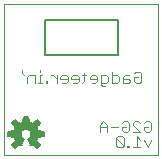
<source format=gbo>
G75*
%MOIN*%
%OFA0B0*%
%FSLAX25Y25*%
%IPPOS*%
%LPD*%
%AMOC8*
5,1,8,0,0,1.08239X$1,22.5*
%
%ADD10C,0.00000*%
%ADD11C,0.00300*%
%ADD12C,0.00591*%
%ADD13C,0.00800*%
D10*
X0005000Y0010000D02*
X0005000Y0060361D01*
X0056501Y0060361D01*
X0056470Y0009970D01*
X0005000Y0010000D01*
D11*
X0012778Y0034150D02*
X0012778Y0036002D01*
X0013395Y0036619D01*
X0015246Y0036619D01*
X0015246Y0034150D01*
X0016467Y0034150D02*
X0017702Y0034150D01*
X0017085Y0034150D02*
X0017085Y0036619D01*
X0017702Y0036619D01*
X0017085Y0037853D02*
X0017085Y0038470D01*
X0020761Y0036619D02*
X0021378Y0036619D01*
X0022613Y0035384D01*
X0022613Y0034150D02*
X0022613Y0036619D01*
X0023827Y0036002D02*
X0023827Y0035384D01*
X0026296Y0035384D01*
X0026296Y0034767D02*
X0026296Y0036002D01*
X0025679Y0036619D01*
X0024444Y0036619D01*
X0023827Y0036002D01*
X0024444Y0034150D02*
X0025679Y0034150D01*
X0026296Y0034767D01*
X0027510Y0035384D02*
X0027510Y0036002D01*
X0028127Y0036619D01*
X0029362Y0036619D01*
X0029979Y0036002D01*
X0029979Y0034767D01*
X0029362Y0034150D01*
X0028127Y0034150D01*
X0027510Y0035384D02*
X0029979Y0035384D01*
X0031200Y0034150D02*
X0031817Y0034767D01*
X0031817Y0037236D01*
X0032434Y0036619D02*
X0031200Y0036619D01*
X0033649Y0036002D02*
X0033649Y0035384D01*
X0036117Y0035384D01*
X0036117Y0034767D02*
X0036117Y0036002D01*
X0035500Y0036619D01*
X0034266Y0036619D01*
X0033649Y0036002D01*
X0034266Y0034150D02*
X0035500Y0034150D01*
X0036117Y0034767D01*
X0037332Y0034150D02*
X0039183Y0034150D01*
X0039801Y0034767D01*
X0039801Y0036002D01*
X0039183Y0036619D01*
X0037332Y0036619D01*
X0037332Y0033533D01*
X0037949Y0032916D01*
X0038566Y0032916D01*
X0041015Y0034150D02*
X0042867Y0034150D01*
X0043484Y0034767D01*
X0043484Y0036002D01*
X0042867Y0036619D01*
X0041015Y0036619D01*
X0041015Y0037853D02*
X0041015Y0034150D01*
X0044698Y0034150D02*
X0046550Y0034150D01*
X0047167Y0034767D01*
X0046550Y0035384D01*
X0044698Y0035384D01*
X0044698Y0036002D02*
X0044698Y0034150D01*
X0044698Y0036002D02*
X0045315Y0036619D01*
X0046550Y0036619D01*
X0048381Y0037236D02*
X0048998Y0037853D01*
X0050233Y0037853D01*
X0050850Y0037236D01*
X0050850Y0034767D01*
X0050233Y0034150D01*
X0048998Y0034150D01*
X0048381Y0034767D01*
X0048381Y0036002D01*
X0049616Y0036002D01*
X0049850Y0021353D02*
X0048615Y0021353D01*
X0047998Y0020736D01*
X0047998Y0020119D01*
X0050467Y0017650D01*
X0047998Y0017650D01*
X0046784Y0018267D02*
X0046167Y0017650D01*
X0044932Y0017650D01*
X0044315Y0018267D01*
X0044315Y0019502D01*
X0045549Y0019502D01*
X0044315Y0020736D02*
X0044932Y0021353D01*
X0046167Y0021353D01*
X0046784Y0020736D01*
X0046784Y0018267D01*
X0049232Y0016253D02*
X0049232Y0012550D01*
X0047998Y0012550D02*
X0050467Y0012550D01*
X0052916Y0012550D02*
X0051681Y0015019D01*
X0050467Y0015019D02*
X0049232Y0016253D01*
X0051681Y0018267D02*
X0051681Y0019502D01*
X0052916Y0019502D01*
X0054150Y0020736D02*
X0054150Y0018267D01*
X0053533Y0017650D01*
X0052298Y0017650D01*
X0051681Y0018267D01*
X0051681Y0020736D02*
X0052298Y0021353D01*
X0053533Y0021353D01*
X0054150Y0020736D01*
X0050467Y0020736D02*
X0049850Y0021353D01*
X0044325Y0016253D02*
X0044942Y0015636D01*
X0044942Y0013167D01*
X0042473Y0015636D01*
X0042473Y0013167D01*
X0043091Y0012550D01*
X0044325Y0012550D01*
X0044942Y0013167D01*
X0046167Y0013167D02*
X0046167Y0012550D01*
X0046784Y0012550D01*
X0046784Y0013167D01*
X0046167Y0013167D01*
X0044325Y0016253D02*
X0043091Y0016253D01*
X0042473Y0015636D01*
X0039417Y0017650D02*
X0039417Y0020119D01*
X0038183Y0021353D01*
X0036949Y0020119D01*
X0036949Y0017650D01*
X0036949Y0019502D02*
X0039417Y0019502D01*
X0040632Y0019502D02*
X0043101Y0019502D01*
X0054150Y0015019D02*
X0052916Y0012550D01*
X0019543Y0034150D02*
X0018926Y0034150D01*
X0018926Y0034767D01*
X0019543Y0034767D01*
X0019543Y0034150D01*
X0011563Y0036619D02*
X0010946Y0037236D01*
X0010946Y0038470D01*
D12*
X0011680Y0022861D02*
X0013120Y0022861D01*
X0013313Y0020956D01*
X0013954Y0020751D01*
X0014552Y0020443D01*
X0016036Y0021654D01*
X0017054Y0020636D01*
X0015843Y0019152D01*
X0016151Y0018554D01*
X0016356Y0017913D01*
X0018261Y0017720D01*
X0018261Y0016280D01*
X0016356Y0016087D01*
X0016151Y0015446D01*
X0015843Y0014848D01*
X0017054Y0013364D01*
X0016036Y0012346D01*
X0014552Y0013557D01*
X0013954Y0013249D01*
X0013106Y0015295D01*
X0013485Y0015507D01*
X0013803Y0015801D01*
X0014045Y0016162D01*
X0014195Y0016569D01*
X0014246Y0017000D01*
X0014193Y0017439D01*
X0014037Y0017852D01*
X0013788Y0018217D01*
X0013459Y0018511D01*
X0013069Y0018720D01*
X0012641Y0018829D01*
X0012199Y0018834D01*
X0011769Y0018734D01*
X0011375Y0018534D01*
X0011040Y0018246D01*
X0010782Y0017887D01*
X0010618Y0017477D01*
X0010555Y0017040D01*
X0010599Y0016600D01*
X0010745Y0016184D01*
X0010986Y0015814D01*
X0011309Y0015512D01*
X0011694Y0015295D01*
X0010846Y0013249D01*
X0010248Y0013557D01*
X0008764Y0012346D01*
X0007746Y0013364D01*
X0008957Y0014848D01*
X0008649Y0015446D01*
X0008444Y0016087D01*
X0006539Y0016280D01*
X0006539Y0017720D01*
X0008444Y0017913D01*
X0008649Y0018554D01*
X0008957Y0019152D01*
X0007746Y0020636D01*
X0008764Y0021654D01*
X0010248Y0020443D01*
X0010846Y0020751D01*
X0011487Y0020956D01*
X0011680Y0022861D01*
X0011630Y0022370D02*
X0013170Y0022370D01*
X0013230Y0021781D02*
X0011570Y0021781D01*
X0011511Y0021192D02*
X0013289Y0021192D01*
X0014241Y0020603D02*
X0010559Y0020603D01*
X0010052Y0020603D02*
X0007773Y0020603D01*
X0008253Y0020014D02*
X0016547Y0020014D01*
X0017027Y0020603D02*
X0014748Y0020603D01*
X0015470Y0021192D02*
X0016497Y0021192D01*
X0016066Y0019425D02*
X0008734Y0019425D01*
X0008794Y0018836D02*
X0016006Y0018836D01*
X0016250Y0018247D02*
X0013754Y0018247D01*
X0014110Y0017658D02*
X0018261Y0017658D01*
X0018261Y0017069D02*
X0014237Y0017069D01*
X0014162Y0016480D02*
X0018261Y0016480D01*
X0016294Y0015891D02*
X0013863Y0015891D01*
X0013118Y0015302D02*
X0016077Y0015302D01*
X0015954Y0014712D02*
X0013348Y0014712D01*
X0013592Y0014123D02*
X0016434Y0014123D01*
X0016915Y0013534D02*
X0014579Y0013534D01*
X0014508Y0013534D02*
X0013836Y0013534D01*
X0015301Y0012945D02*
X0016635Y0012945D01*
X0016046Y0012356D02*
X0016024Y0012356D01*
X0011682Y0015302D02*
X0008723Y0015302D01*
X0008846Y0014712D02*
X0011452Y0014712D01*
X0011208Y0014123D02*
X0008366Y0014123D01*
X0007885Y0013534D02*
X0010221Y0013534D01*
X0010292Y0013534D02*
X0010964Y0013534D01*
X0009499Y0012945D02*
X0008165Y0012945D01*
X0008754Y0012356D02*
X0008776Y0012356D01*
X0008506Y0015891D02*
X0010936Y0015891D01*
X0010641Y0016480D02*
X0006539Y0016480D01*
X0006539Y0017069D02*
X0010559Y0017069D01*
X0010690Y0017658D02*
X0006539Y0017658D01*
X0008550Y0018247D02*
X0011040Y0018247D01*
X0009330Y0021192D02*
X0008303Y0021192D01*
D13*
X0018595Y0043394D02*
X0043005Y0043394D01*
X0043005Y0055206D01*
X0018595Y0055206D01*
X0018595Y0043394D01*
M02*

</source>
